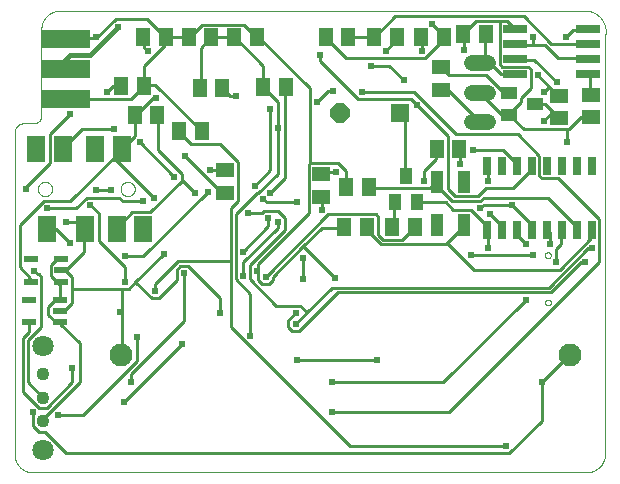
<source format=gtl>
G75*
%MOIN*%
%OFA0B0*%
%FSLAX25Y25*%
%IPPOS*%
%LPD*%
%AMOC8*
5,1,8,0,0,1.08239X$1,22.5*
%
%ADD10C,0.00000*%
%ADD11R,0.06496X0.06496*%
%ADD12OC8,0.06496*%
%ADD13C,0.05200*%
%ADD14R,0.16000X0.06000*%
%ADD15R,0.10000X0.06000*%
%ADD16R,0.06000X0.06000*%
%ADD17R,0.08000X0.02600*%
%ADD18R,0.05118X0.05906*%
%ADD19R,0.05906X0.05118*%
%ADD20R,0.05512X0.03937*%
%ADD21R,0.03937X0.05512*%
%ADD22R,0.05906X0.08858*%
%ADD23R,0.06299X0.08858*%
%ADD24R,0.04724X0.02165*%
%ADD25R,0.02500X0.06000*%
%ADD26R,0.04331X0.07480*%
%ADD27C,0.04362*%
%ADD28C,0.07087*%
%ADD29C,0.07677*%
%ADD30C,0.01000*%
%ADD31C,0.02400*%
%ADD32C,0.01500*%
D10*
X0010738Y0006895D02*
X0010738Y0114484D01*
X0010740Y0114588D01*
X0010746Y0114692D01*
X0010755Y0114796D01*
X0010768Y0114900D01*
X0010785Y0115002D01*
X0010806Y0115105D01*
X0010831Y0115206D01*
X0010859Y0115306D01*
X0010891Y0115406D01*
X0010926Y0115504D01*
X0010965Y0115600D01*
X0011008Y0115695D01*
X0011054Y0115789D01*
X0011103Y0115881D01*
X0011156Y0115971D01*
X0011212Y0116059D01*
X0011271Y0116145D01*
X0011333Y0116228D01*
X0011398Y0116310D01*
X0011466Y0116389D01*
X0011537Y0116465D01*
X0011611Y0116539D01*
X0011687Y0116610D01*
X0011766Y0116678D01*
X0011848Y0116743D01*
X0011931Y0116805D01*
X0012017Y0116864D01*
X0012105Y0116920D01*
X0012195Y0116973D01*
X0012287Y0117022D01*
X0012381Y0117068D01*
X0012476Y0117111D01*
X0012572Y0117150D01*
X0012670Y0117185D01*
X0012770Y0117217D01*
X0012870Y0117245D01*
X0012971Y0117270D01*
X0013074Y0117291D01*
X0013176Y0117308D01*
X0013280Y0117321D01*
X0013384Y0117330D01*
X0013488Y0117336D01*
X0013592Y0117338D01*
X0013592Y0117339D02*
X0016942Y0117339D01*
X0017044Y0117341D01*
X0017145Y0117347D01*
X0017246Y0117357D01*
X0017347Y0117370D01*
X0017447Y0117388D01*
X0017547Y0117409D01*
X0017645Y0117434D01*
X0017743Y0117463D01*
X0017839Y0117495D01*
X0017934Y0117531D01*
X0018028Y0117571D01*
X0018120Y0117615D01*
X0018210Y0117661D01*
X0018298Y0117712D01*
X0018385Y0117765D01*
X0018469Y0117822D01*
X0018551Y0117882D01*
X0018631Y0117945D01*
X0018708Y0118012D01*
X0018782Y0118081D01*
X0018854Y0118153D01*
X0018923Y0118227D01*
X0018990Y0118304D01*
X0019053Y0118384D01*
X0019113Y0118466D01*
X0019170Y0118550D01*
X0019223Y0118637D01*
X0019274Y0118725D01*
X0019320Y0118815D01*
X0019364Y0118907D01*
X0019404Y0119001D01*
X0019440Y0119096D01*
X0019472Y0119192D01*
X0019501Y0119290D01*
X0019526Y0119388D01*
X0019547Y0119488D01*
X0019565Y0119588D01*
X0019578Y0119689D01*
X0019588Y0119790D01*
X0019594Y0119891D01*
X0019596Y0119993D01*
X0019596Y0148826D01*
X0019597Y0148826D02*
X0019599Y0148979D01*
X0019605Y0149132D01*
X0019614Y0149284D01*
X0019628Y0149436D01*
X0019645Y0149588D01*
X0019667Y0149739D01*
X0019692Y0149890D01*
X0019720Y0150040D01*
X0019753Y0150190D01*
X0019790Y0150338D01*
X0019830Y0150485D01*
X0019874Y0150632D01*
X0019921Y0150777D01*
X0019972Y0150921D01*
X0020027Y0151064D01*
X0020086Y0151205D01*
X0020148Y0151344D01*
X0020213Y0151482D01*
X0020282Y0151619D01*
X0020355Y0151753D01*
X0020431Y0151886D01*
X0020510Y0152017D01*
X0020592Y0152145D01*
X0020678Y0152272D01*
X0020767Y0152396D01*
X0020859Y0152518D01*
X0020954Y0152638D01*
X0021052Y0152755D01*
X0021153Y0152870D01*
X0021257Y0152982D01*
X0021364Y0153091D01*
X0021473Y0153198D01*
X0021585Y0153302D01*
X0021700Y0153403D01*
X0021817Y0153501D01*
X0021937Y0153596D01*
X0022059Y0153688D01*
X0022183Y0153777D01*
X0022310Y0153863D01*
X0022438Y0153945D01*
X0022569Y0154024D01*
X0022702Y0154100D01*
X0022836Y0154173D01*
X0022973Y0154242D01*
X0023111Y0154307D01*
X0023250Y0154369D01*
X0023391Y0154428D01*
X0023534Y0154483D01*
X0023678Y0154534D01*
X0023823Y0154581D01*
X0023970Y0154625D01*
X0024117Y0154665D01*
X0024265Y0154702D01*
X0024415Y0154735D01*
X0024565Y0154763D01*
X0024716Y0154788D01*
X0024867Y0154810D01*
X0025019Y0154827D01*
X0025171Y0154841D01*
X0025323Y0154850D01*
X0025476Y0154856D01*
X0025629Y0154858D01*
X0201964Y0154858D01*
X0201964Y0154859D02*
X0202131Y0154826D01*
X0202296Y0154789D01*
X0202461Y0154748D01*
X0202625Y0154703D01*
X0202787Y0154654D01*
X0202949Y0154601D01*
X0203109Y0154545D01*
X0203267Y0154484D01*
X0203424Y0154420D01*
X0203580Y0154351D01*
X0203734Y0154280D01*
X0203886Y0154204D01*
X0204036Y0154125D01*
X0204184Y0154042D01*
X0204330Y0153955D01*
X0204474Y0153866D01*
X0204616Y0153772D01*
X0204755Y0153675D01*
X0204893Y0153575D01*
X0205027Y0153472D01*
X0205159Y0153365D01*
X0205289Y0153256D01*
X0205416Y0153143D01*
X0205540Y0153027D01*
X0205661Y0152908D01*
X0205779Y0152786D01*
X0205895Y0152662D01*
X0206007Y0152534D01*
X0206116Y0152404D01*
X0206222Y0152272D01*
X0206325Y0152137D01*
X0206424Y0151999D01*
X0206520Y0151859D01*
X0206613Y0151717D01*
X0206702Y0151572D01*
X0206788Y0151426D01*
X0206870Y0151277D01*
X0206949Y0151127D01*
X0207024Y0150974D01*
X0207095Y0150820D01*
X0207162Y0150665D01*
X0207226Y0150507D01*
X0207286Y0150348D01*
X0207342Y0150188D01*
X0207394Y0150026D01*
X0207442Y0149864D01*
X0207486Y0149700D01*
X0207526Y0149535D01*
X0207563Y0149369D01*
X0207595Y0149202D01*
X0207623Y0149035D01*
X0207647Y0148867D01*
X0207667Y0148698D01*
X0207683Y0148529D01*
X0207695Y0148360D01*
X0207703Y0148190D01*
X0207707Y0148021D01*
X0207706Y0147851D01*
X0207702Y0147681D01*
X0207693Y0147512D01*
X0207680Y0147342D01*
X0207664Y0147173D01*
X0207643Y0147005D01*
X0207618Y0146837D01*
X0207589Y0146670D01*
X0207589Y0146669D02*
X0207589Y0007487D01*
X0207587Y0007328D01*
X0207581Y0007169D01*
X0207571Y0007010D01*
X0207558Y0006851D01*
X0207540Y0006693D01*
X0207519Y0006535D01*
X0207493Y0006378D01*
X0207464Y0006221D01*
X0207431Y0006066D01*
X0207395Y0005911D01*
X0207354Y0005757D01*
X0207310Y0005604D01*
X0207262Y0005452D01*
X0207210Y0005302D01*
X0207154Y0005152D01*
X0207095Y0005005D01*
X0207032Y0004858D01*
X0206966Y0004713D01*
X0206896Y0004570D01*
X0206823Y0004429D01*
X0206746Y0004290D01*
X0206666Y0004152D01*
X0206583Y0004016D01*
X0206496Y0003883D01*
X0206406Y0003752D01*
X0206312Y0003623D01*
X0206216Y0003496D01*
X0206117Y0003372D01*
X0206014Y0003250D01*
X0205909Y0003131D01*
X0205800Y0003014D01*
X0205689Y0002900D01*
X0205575Y0002789D01*
X0205458Y0002680D01*
X0205339Y0002575D01*
X0205217Y0002472D01*
X0205093Y0002373D01*
X0204966Y0002277D01*
X0204837Y0002183D01*
X0204706Y0002093D01*
X0204573Y0002006D01*
X0204437Y0001923D01*
X0204299Y0001843D01*
X0204160Y0001766D01*
X0204019Y0001693D01*
X0203876Y0001623D01*
X0203731Y0001557D01*
X0203584Y0001494D01*
X0203437Y0001435D01*
X0203287Y0001379D01*
X0203137Y0001327D01*
X0202985Y0001279D01*
X0202832Y0001235D01*
X0202678Y0001194D01*
X0202523Y0001158D01*
X0202368Y0001125D01*
X0202211Y0001096D01*
X0202054Y0001070D01*
X0201896Y0001049D01*
X0201738Y0001031D01*
X0201579Y0001018D01*
X0201420Y0001008D01*
X0201261Y0001002D01*
X0201102Y0001000D01*
X0016644Y0001000D01*
X0016643Y0001000D02*
X0016492Y0001002D01*
X0016340Y0001008D01*
X0016188Y0001017D01*
X0016037Y0001031D01*
X0015886Y0001048D01*
X0015735Y0001069D01*
X0015586Y0001095D01*
X0015436Y0001124D01*
X0015288Y0001156D01*
X0015141Y0001193D01*
X0014994Y0001234D01*
X0014849Y0001278D01*
X0014705Y0001326D01*
X0014562Y0001377D01*
X0014420Y0001433D01*
X0014280Y0001492D01*
X0014142Y0001554D01*
X0014005Y0001620D01*
X0013870Y0001690D01*
X0013737Y0001763D01*
X0013605Y0001839D01*
X0013476Y0001919D01*
X0013349Y0002002D01*
X0013224Y0002088D01*
X0013101Y0002178D01*
X0012981Y0002270D01*
X0012863Y0002366D01*
X0012747Y0002465D01*
X0012634Y0002566D01*
X0012524Y0002671D01*
X0012417Y0002778D01*
X0012312Y0002888D01*
X0012210Y0003001D01*
X0012111Y0003116D01*
X0012015Y0003234D01*
X0011922Y0003354D01*
X0011832Y0003477D01*
X0011746Y0003602D01*
X0011663Y0003729D01*
X0011583Y0003858D01*
X0011506Y0003989D01*
X0011433Y0004122D01*
X0011363Y0004257D01*
X0011297Y0004394D01*
X0011234Y0004532D01*
X0011175Y0004672D01*
X0011119Y0004814D01*
X0011067Y0004956D01*
X0011019Y0005101D01*
X0010975Y0005246D01*
X0010934Y0005392D01*
X0010897Y0005540D01*
X0010864Y0005688D01*
X0010835Y0005837D01*
X0010809Y0005987D01*
X0010788Y0006137D01*
X0010770Y0006288D01*
X0010756Y0006439D01*
X0010746Y0006591D01*
X0010740Y0006743D01*
X0010738Y0006895D01*
X0018455Y0095488D02*
X0018457Y0095585D01*
X0018463Y0095682D01*
X0018473Y0095778D01*
X0018487Y0095874D01*
X0018505Y0095970D01*
X0018526Y0096064D01*
X0018552Y0096158D01*
X0018581Y0096250D01*
X0018615Y0096341D01*
X0018651Y0096431D01*
X0018692Y0096519D01*
X0018736Y0096605D01*
X0018784Y0096690D01*
X0018835Y0096772D01*
X0018889Y0096853D01*
X0018947Y0096931D01*
X0019008Y0097006D01*
X0019071Y0097079D01*
X0019138Y0097150D01*
X0019208Y0097217D01*
X0019280Y0097282D01*
X0019355Y0097343D01*
X0019433Y0097402D01*
X0019512Y0097457D01*
X0019594Y0097509D01*
X0019678Y0097557D01*
X0019764Y0097602D01*
X0019852Y0097644D01*
X0019941Y0097682D01*
X0020032Y0097716D01*
X0020124Y0097746D01*
X0020217Y0097773D01*
X0020312Y0097795D01*
X0020407Y0097814D01*
X0020503Y0097829D01*
X0020599Y0097840D01*
X0020696Y0097847D01*
X0020793Y0097850D01*
X0020890Y0097849D01*
X0020987Y0097844D01*
X0021083Y0097835D01*
X0021179Y0097822D01*
X0021275Y0097805D01*
X0021370Y0097784D01*
X0021463Y0097760D01*
X0021556Y0097731D01*
X0021648Y0097699D01*
X0021738Y0097663D01*
X0021826Y0097624D01*
X0021913Y0097580D01*
X0021998Y0097534D01*
X0022081Y0097483D01*
X0022162Y0097430D01*
X0022240Y0097373D01*
X0022317Y0097313D01*
X0022390Y0097250D01*
X0022461Y0097184D01*
X0022529Y0097115D01*
X0022595Y0097043D01*
X0022657Y0096969D01*
X0022716Y0096892D01*
X0022772Y0096813D01*
X0022825Y0096731D01*
X0022875Y0096648D01*
X0022920Y0096562D01*
X0022963Y0096475D01*
X0023002Y0096386D01*
X0023037Y0096296D01*
X0023068Y0096204D01*
X0023095Y0096111D01*
X0023119Y0096017D01*
X0023139Y0095922D01*
X0023155Y0095826D01*
X0023167Y0095730D01*
X0023175Y0095633D01*
X0023179Y0095536D01*
X0023179Y0095440D01*
X0023175Y0095343D01*
X0023167Y0095246D01*
X0023155Y0095150D01*
X0023139Y0095054D01*
X0023119Y0094959D01*
X0023095Y0094865D01*
X0023068Y0094772D01*
X0023037Y0094680D01*
X0023002Y0094590D01*
X0022963Y0094501D01*
X0022920Y0094414D01*
X0022875Y0094328D01*
X0022825Y0094245D01*
X0022772Y0094163D01*
X0022716Y0094084D01*
X0022657Y0094007D01*
X0022595Y0093933D01*
X0022529Y0093861D01*
X0022461Y0093792D01*
X0022390Y0093726D01*
X0022317Y0093663D01*
X0022240Y0093603D01*
X0022162Y0093546D01*
X0022081Y0093493D01*
X0021998Y0093442D01*
X0021913Y0093396D01*
X0021826Y0093352D01*
X0021738Y0093313D01*
X0021648Y0093277D01*
X0021556Y0093245D01*
X0021463Y0093216D01*
X0021370Y0093192D01*
X0021275Y0093171D01*
X0021179Y0093154D01*
X0021083Y0093141D01*
X0020987Y0093132D01*
X0020890Y0093127D01*
X0020793Y0093126D01*
X0020696Y0093129D01*
X0020599Y0093136D01*
X0020503Y0093147D01*
X0020407Y0093162D01*
X0020312Y0093181D01*
X0020217Y0093203D01*
X0020124Y0093230D01*
X0020032Y0093260D01*
X0019941Y0093294D01*
X0019852Y0093332D01*
X0019764Y0093374D01*
X0019678Y0093419D01*
X0019594Y0093467D01*
X0019512Y0093519D01*
X0019433Y0093574D01*
X0019355Y0093633D01*
X0019280Y0093694D01*
X0019208Y0093759D01*
X0019138Y0093826D01*
X0019071Y0093897D01*
X0019008Y0093970D01*
X0018947Y0094045D01*
X0018889Y0094123D01*
X0018835Y0094204D01*
X0018784Y0094286D01*
X0018736Y0094371D01*
X0018692Y0094457D01*
X0018651Y0094545D01*
X0018615Y0094635D01*
X0018581Y0094726D01*
X0018552Y0094818D01*
X0018526Y0094912D01*
X0018505Y0095006D01*
X0018487Y0095102D01*
X0018473Y0095198D01*
X0018463Y0095294D01*
X0018457Y0095391D01*
X0018455Y0095488D01*
X0046014Y0095488D02*
X0046016Y0095585D01*
X0046022Y0095682D01*
X0046032Y0095778D01*
X0046046Y0095874D01*
X0046064Y0095970D01*
X0046085Y0096064D01*
X0046111Y0096158D01*
X0046140Y0096250D01*
X0046174Y0096341D01*
X0046210Y0096431D01*
X0046251Y0096519D01*
X0046295Y0096605D01*
X0046343Y0096690D01*
X0046394Y0096772D01*
X0046448Y0096853D01*
X0046506Y0096931D01*
X0046567Y0097006D01*
X0046630Y0097079D01*
X0046697Y0097150D01*
X0046767Y0097217D01*
X0046839Y0097282D01*
X0046914Y0097343D01*
X0046992Y0097402D01*
X0047071Y0097457D01*
X0047153Y0097509D01*
X0047237Y0097557D01*
X0047323Y0097602D01*
X0047411Y0097644D01*
X0047500Y0097682D01*
X0047591Y0097716D01*
X0047683Y0097746D01*
X0047776Y0097773D01*
X0047871Y0097795D01*
X0047966Y0097814D01*
X0048062Y0097829D01*
X0048158Y0097840D01*
X0048255Y0097847D01*
X0048352Y0097850D01*
X0048449Y0097849D01*
X0048546Y0097844D01*
X0048642Y0097835D01*
X0048738Y0097822D01*
X0048834Y0097805D01*
X0048929Y0097784D01*
X0049022Y0097760D01*
X0049115Y0097731D01*
X0049207Y0097699D01*
X0049297Y0097663D01*
X0049385Y0097624D01*
X0049472Y0097580D01*
X0049557Y0097534D01*
X0049640Y0097483D01*
X0049721Y0097430D01*
X0049799Y0097373D01*
X0049876Y0097313D01*
X0049949Y0097250D01*
X0050020Y0097184D01*
X0050088Y0097115D01*
X0050154Y0097043D01*
X0050216Y0096969D01*
X0050275Y0096892D01*
X0050331Y0096813D01*
X0050384Y0096731D01*
X0050434Y0096648D01*
X0050479Y0096562D01*
X0050522Y0096475D01*
X0050561Y0096386D01*
X0050596Y0096296D01*
X0050627Y0096204D01*
X0050654Y0096111D01*
X0050678Y0096017D01*
X0050698Y0095922D01*
X0050714Y0095826D01*
X0050726Y0095730D01*
X0050734Y0095633D01*
X0050738Y0095536D01*
X0050738Y0095440D01*
X0050734Y0095343D01*
X0050726Y0095246D01*
X0050714Y0095150D01*
X0050698Y0095054D01*
X0050678Y0094959D01*
X0050654Y0094865D01*
X0050627Y0094772D01*
X0050596Y0094680D01*
X0050561Y0094590D01*
X0050522Y0094501D01*
X0050479Y0094414D01*
X0050434Y0094328D01*
X0050384Y0094245D01*
X0050331Y0094163D01*
X0050275Y0094084D01*
X0050216Y0094007D01*
X0050154Y0093933D01*
X0050088Y0093861D01*
X0050020Y0093792D01*
X0049949Y0093726D01*
X0049876Y0093663D01*
X0049799Y0093603D01*
X0049721Y0093546D01*
X0049640Y0093493D01*
X0049557Y0093442D01*
X0049472Y0093396D01*
X0049385Y0093352D01*
X0049297Y0093313D01*
X0049207Y0093277D01*
X0049115Y0093245D01*
X0049022Y0093216D01*
X0048929Y0093192D01*
X0048834Y0093171D01*
X0048738Y0093154D01*
X0048642Y0093141D01*
X0048546Y0093132D01*
X0048449Y0093127D01*
X0048352Y0093126D01*
X0048255Y0093129D01*
X0048158Y0093136D01*
X0048062Y0093147D01*
X0047966Y0093162D01*
X0047871Y0093181D01*
X0047776Y0093203D01*
X0047683Y0093230D01*
X0047591Y0093260D01*
X0047500Y0093294D01*
X0047411Y0093332D01*
X0047323Y0093374D01*
X0047237Y0093419D01*
X0047153Y0093467D01*
X0047071Y0093519D01*
X0046992Y0093574D01*
X0046914Y0093633D01*
X0046839Y0093694D01*
X0046767Y0093759D01*
X0046697Y0093826D01*
X0046630Y0093897D01*
X0046567Y0093970D01*
X0046506Y0094045D01*
X0046448Y0094123D01*
X0046394Y0094204D01*
X0046343Y0094286D01*
X0046295Y0094371D01*
X0046251Y0094457D01*
X0046210Y0094545D01*
X0046174Y0094635D01*
X0046140Y0094726D01*
X0046111Y0094818D01*
X0046085Y0094912D01*
X0046064Y0095006D01*
X0046046Y0095102D01*
X0046032Y0095198D01*
X0046022Y0095294D01*
X0046016Y0095391D01*
X0046014Y0095488D01*
X0187431Y0073402D02*
X0187433Y0073464D01*
X0187439Y0073527D01*
X0187449Y0073588D01*
X0187463Y0073649D01*
X0187480Y0073709D01*
X0187501Y0073768D01*
X0187527Y0073825D01*
X0187555Y0073880D01*
X0187587Y0073934D01*
X0187623Y0073985D01*
X0187661Y0074035D01*
X0187703Y0074081D01*
X0187747Y0074125D01*
X0187795Y0074166D01*
X0187844Y0074204D01*
X0187896Y0074238D01*
X0187950Y0074269D01*
X0188006Y0074297D01*
X0188064Y0074321D01*
X0188123Y0074342D01*
X0188183Y0074358D01*
X0188244Y0074371D01*
X0188306Y0074380D01*
X0188368Y0074385D01*
X0188431Y0074386D01*
X0188493Y0074383D01*
X0188555Y0074376D01*
X0188617Y0074365D01*
X0188677Y0074350D01*
X0188737Y0074332D01*
X0188795Y0074310D01*
X0188852Y0074284D01*
X0188907Y0074254D01*
X0188960Y0074221D01*
X0189011Y0074185D01*
X0189059Y0074146D01*
X0189105Y0074103D01*
X0189148Y0074058D01*
X0189188Y0074010D01*
X0189225Y0073960D01*
X0189259Y0073907D01*
X0189290Y0073853D01*
X0189316Y0073797D01*
X0189340Y0073739D01*
X0189359Y0073679D01*
X0189375Y0073619D01*
X0189387Y0073557D01*
X0189395Y0073496D01*
X0189399Y0073433D01*
X0189399Y0073371D01*
X0189395Y0073308D01*
X0189387Y0073247D01*
X0189375Y0073185D01*
X0189359Y0073125D01*
X0189340Y0073065D01*
X0189316Y0073007D01*
X0189290Y0072951D01*
X0189259Y0072897D01*
X0189225Y0072844D01*
X0189188Y0072794D01*
X0189148Y0072746D01*
X0189105Y0072701D01*
X0189059Y0072658D01*
X0189011Y0072619D01*
X0188960Y0072583D01*
X0188907Y0072550D01*
X0188852Y0072520D01*
X0188795Y0072494D01*
X0188737Y0072472D01*
X0188677Y0072454D01*
X0188617Y0072439D01*
X0188555Y0072428D01*
X0188493Y0072421D01*
X0188431Y0072418D01*
X0188368Y0072419D01*
X0188306Y0072424D01*
X0188244Y0072433D01*
X0188183Y0072446D01*
X0188123Y0072462D01*
X0188064Y0072483D01*
X0188006Y0072507D01*
X0187950Y0072535D01*
X0187896Y0072566D01*
X0187844Y0072600D01*
X0187795Y0072638D01*
X0187747Y0072679D01*
X0187703Y0072723D01*
X0187661Y0072769D01*
X0187623Y0072819D01*
X0187587Y0072870D01*
X0187555Y0072924D01*
X0187527Y0072979D01*
X0187501Y0073036D01*
X0187480Y0073095D01*
X0187463Y0073155D01*
X0187449Y0073216D01*
X0187439Y0073277D01*
X0187433Y0073340D01*
X0187431Y0073402D01*
X0187431Y0057654D02*
X0187433Y0057716D01*
X0187439Y0057779D01*
X0187449Y0057840D01*
X0187463Y0057901D01*
X0187480Y0057961D01*
X0187501Y0058020D01*
X0187527Y0058077D01*
X0187555Y0058132D01*
X0187587Y0058186D01*
X0187623Y0058237D01*
X0187661Y0058287D01*
X0187703Y0058333D01*
X0187747Y0058377D01*
X0187795Y0058418D01*
X0187844Y0058456D01*
X0187896Y0058490D01*
X0187950Y0058521D01*
X0188006Y0058549D01*
X0188064Y0058573D01*
X0188123Y0058594D01*
X0188183Y0058610D01*
X0188244Y0058623D01*
X0188306Y0058632D01*
X0188368Y0058637D01*
X0188431Y0058638D01*
X0188493Y0058635D01*
X0188555Y0058628D01*
X0188617Y0058617D01*
X0188677Y0058602D01*
X0188737Y0058584D01*
X0188795Y0058562D01*
X0188852Y0058536D01*
X0188907Y0058506D01*
X0188960Y0058473D01*
X0189011Y0058437D01*
X0189059Y0058398D01*
X0189105Y0058355D01*
X0189148Y0058310D01*
X0189188Y0058262D01*
X0189225Y0058212D01*
X0189259Y0058159D01*
X0189290Y0058105D01*
X0189316Y0058049D01*
X0189340Y0057991D01*
X0189359Y0057931D01*
X0189375Y0057871D01*
X0189387Y0057809D01*
X0189395Y0057748D01*
X0189399Y0057685D01*
X0189399Y0057623D01*
X0189395Y0057560D01*
X0189387Y0057499D01*
X0189375Y0057437D01*
X0189359Y0057377D01*
X0189340Y0057317D01*
X0189316Y0057259D01*
X0189290Y0057203D01*
X0189259Y0057149D01*
X0189225Y0057096D01*
X0189188Y0057046D01*
X0189148Y0056998D01*
X0189105Y0056953D01*
X0189059Y0056910D01*
X0189011Y0056871D01*
X0188960Y0056835D01*
X0188907Y0056802D01*
X0188852Y0056772D01*
X0188795Y0056746D01*
X0188737Y0056724D01*
X0188677Y0056706D01*
X0188617Y0056691D01*
X0188555Y0056680D01*
X0188493Y0056673D01*
X0188431Y0056670D01*
X0188368Y0056671D01*
X0188306Y0056676D01*
X0188244Y0056685D01*
X0188183Y0056698D01*
X0188123Y0056714D01*
X0188064Y0056735D01*
X0188006Y0056759D01*
X0187950Y0056787D01*
X0187896Y0056818D01*
X0187844Y0056852D01*
X0187795Y0056890D01*
X0187747Y0056931D01*
X0187703Y0056975D01*
X0187661Y0057021D01*
X0187623Y0057071D01*
X0187587Y0057122D01*
X0187555Y0057176D01*
X0187527Y0057231D01*
X0187501Y0057288D01*
X0187480Y0057347D01*
X0187463Y0057407D01*
X0187449Y0057468D01*
X0187439Y0057529D01*
X0187433Y0057592D01*
X0187431Y0057654D01*
D11*
X0139006Y0120803D03*
D12*
X0119006Y0120803D03*
D13*
X0163204Y0117806D02*
X0168404Y0117806D01*
X0168404Y0127649D02*
X0163204Y0127649D01*
X0163204Y0137491D02*
X0168404Y0137491D01*
D14*
X0027864Y0145409D03*
X0027864Y0125409D03*
D15*
X0024864Y0135409D03*
D16*
X0032864Y0135409D03*
D17*
X0177536Y0133697D03*
X0177536Y0138697D03*
X0177536Y0143697D03*
X0177536Y0148697D03*
X0201736Y0148697D03*
X0201736Y0143697D03*
X0201736Y0138697D03*
X0201736Y0133697D03*
D18*
X0167667Y0147063D03*
X0160187Y0147063D03*
X0153652Y0146197D03*
X0146171Y0146197D03*
X0137982Y0146118D03*
X0130502Y0146118D03*
X0121801Y0146039D03*
X0114321Y0146039D03*
X0091447Y0146079D03*
X0083967Y0146079D03*
X0076250Y0146118D03*
X0068770Y0146118D03*
X0061053Y0146157D03*
X0053573Y0146157D03*
X0053691Y0129858D03*
X0046211Y0129858D03*
X0050738Y0120055D03*
X0058219Y0120055D03*
X0065502Y0114701D03*
X0072982Y0114701D03*
X0072352Y0129189D03*
X0079833Y0129189D03*
X0093612Y0129346D03*
X0101093Y0129346D03*
X0121289Y0096000D03*
X0128770Y0096000D03*
X0127982Y0082732D03*
X0136526Y0082969D03*
X0144006Y0082969D03*
X0120502Y0082732D03*
X0151407Y0108795D03*
X0158888Y0108795D03*
D19*
X0152825Y0128520D03*
X0152825Y0136000D03*
X0192156Y0126591D03*
X0202667Y0126945D03*
X0202667Y0119465D03*
X0192156Y0119110D03*
X0112825Y0100449D03*
X0112825Y0092969D03*
X0080817Y0094189D03*
X0080817Y0101669D03*
D20*
X0175581Y0120094D03*
X0175581Y0127575D03*
X0184242Y0123835D03*
D21*
X0141132Y0099701D03*
X0144872Y0091039D03*
X0137392Y0091039D03*
D22*
X0017667Y0108776D03*
D23*
X0026722Y0108776D03*
X0037352Y0108776D03*
X0046407Y0108776D03*
X0044833Y0082201D03*
X0053494Y0082201D03*
X0034203Y0082201D03*
X0021604Y0082201D03*
D24*
X0026250Y0072063D03*
X0026250Y0068323D03*
X0026250Y0064583D03*
X0025778Y0058480D03*
X0025778Y0054740D03*
X0025778Y0051000D03*
X0015541Y0051000D03*
X0015541Y0058480D03*
X0016014Y0064583D03*
X0016014Y0072063D03*
D25*
X0168081Y0081886D03*
X0173081Y0081886D03*
X0178081Y0081886D03*
X0183081Y0081886D03*
X0188081Y0081886D03*
X0193081Y0081886D03*
X0198081Y0081886D03*
X0203081Y0081886D03*
X0203081Y0103106D03*
X0198081Y0103106D03*
X0193081Y0103106D03*
X0188081Y0103106D03*
X0183081Y0103106D03*
X0178081Y0103106D03*
X0173081Y0103106D03*
X0168081Y0103106D03*
D26*
X0160384Y0097929D03*
X0151329Y0097929D03*
X0151329Y0083362D03*
X0160384Y0083362D03*
D27*
X0020148Y0033756D03*
X0020148Y0025882D03*
X0020148Y0018008D03*
D28*
X0020148Y0008559D03*
X0020148Y0043205D03*
D29*
X0046211Y0040134D03*
X0195817Y0040134D03*
D30*
X0195538Y0040200D01*
X0186338Y0031000D01*
X0186338Y0018200D01*
X0175538Y0007400D01*
X0027938Y0007400D01*
X0020738Y0014600D01*
X0018738Y0014600D01*
X0016738Y0016600D01*
X0016738Y0021000D01*
X0018738Y0022600D02*
X0021538Y0022600D01*
X0029938Y0031000D01*
X0029938Y0035800D01*
X0032338Y0031000D02*
X0032338Y0044200D01*
X0025938Y0050600D01*
X0025778Y0051000D01*
X0024338Y0051000D01*
X0021938Y0053400D01*
X0021938Y0056200D01*
X0023938Y0058200D01*
X0025538Y0058200D01*
X0025778Y0058480D01*
X0025938Y0058600D01*
X0025938Y0064200D01*
X0026250Y0064583D01*
X0025538Y0063800D01*
X0022738Y0066600D01*
X0022738Y0070200D01*
X0024338Y0071800D01*
X0025938Y0071800D01*
X0026250Y0072063D01*
X0026250Y0068323D02*
X0027938Y0068600D01*
X0033938Y0074600D01*
X0033938Y0081800D01*
X0034203Y0082201D01*
X0033938Y0082600D01*
X0031938Y0084600D01*
X0027938Y0084600D01*
X0024338Y0082200D02*
X0029138Y0077400D01*
X0024338Y0082200D02*
X0021938Y0082200D01*
X0021604Y0082201D01*
X0020338Y0091400D02*
X0012338Y0083400D01*
X0012338Y0069400D01*
X0015938Y0065800D01*
X0015938Y0064600D01*
X0016014Y0064583D01*
X0018338Y0067000D02*
X0018738Y0067000D01*
X0019538Y0066200D01*
X0019538Y0049400D01*
X0015138Y0045000D01*
X0015138Y0031000D01*
X0019938Y0026200D01*
X0020148Y0025882D01*
X0018738Y0022600D02*
X0013538Y0027800D01*
X0013538Y0045800D01*
X0015538Y0047800D01*
X0015538Y0051000D01*
X0015541Y0051000D01*
X0025778Y0054740D02*
X0025938Y0055000D01*
X0027538Y0055000D01*
X0029938Y0057400D01*
X0029938Y0062200D01*
X0046338Y0062200D01*
X0046338Y0054600D01*
X0045938Y0054600D01*
X0046338Y0054600D02*
X0046338Y0040200D01*
X0046211Y0040134D01*
X0051538Y0038200D02*
X0051538Y0046200D01*
X0051538Y0038200D02*
X0033538Y0020200D01*
X0025138Y0020200D01*
X0020338Y0019000D02*
X0020338Y0018200D01*
X0020148Y0018008D01*
X0020338Y0019000D02*
X0032338Y0031000D01*
X0047138Y0024600D02*
X0066338Y0043800D01*
X0067138Y0051400D02*
X0067138Y0067400D01*
X0065938Y0069800D02*
X0064738Y0068600D01*
X0064738Y0065000D01*
X0058738Y0059000D01*
X0056338Y0059000D01*
X0050938Y0064400D01*
X0060338Y0073800D01*
X0065138Y0071400D02*
X0082738Y0071400D01*
X0082738Y0049400D01*
X0122338Y0009800D01*
X0174338Y0009800D01*
X0155538Y0021000D02*
X0205538Y0071000D01*
X0205538Y0085400D01*
X0191938Y0099000D01*
X0186338Y0099000D01*
X0185538Y0099800D01*
X0185538Y0106600D01*
X0178338Y0113800D01*
X0157938Y0113800D01*
X0143938Y0127800D01*
X0126338Y0127800D01*
X0125138Y0125400D02*
X0142738Y0125400D01*
X0144738Y0123400D01*
X0155138Y0113000D01*
X0155138Y0095400D01*
X0157538Y0093000D01*
X0165138Y0093000D01*
X0167938Y0095800D01*
X0176738Y0095800D01*
X0182738Y0101800D01*
X0182738Y0103000D01*
X0183081Y0103106D01*
X0178081Y0103106D02*
X0177938Y0103400D01*
X0177938Y0104200D01*
X0173538Y0108600D01*
X0163538Y0108600D01*
X0159138Y0108600D02*
X0158888Y0108795D01*
X0159138Y0108600D02*
X0159138Y0103800D01*
X0151138Y0105400D02*
X0147138Y0101400D01*
X0147138Y0098200D01*
X0149138Y0095800D02*
X0151138Y0097800D01*
X0151329Y0097929D01*
X0150738Y0097000D01*
X0156338Y0091400D01*
X0165938Y0091400D01*
X0167138Y0092600D01*
X0188338Y0092600D01*
X0197938Y0083000D01*
X0197938Y0082200D01*
X0198081Y0081886D01*
X0193081Y0081886D02*
X0192738Y0081800D01*
X0192738Y0077000D01*
X0191138Y0075400D01*
X0191138Y0071000D01*
X0192338Y0068600D02*
X0163938Y0068600D01*
X0154938Y0077600D01*
X0154338Y0077000D01*
X0132738Y0077000D01*
X0128338Y0081400D01*
X0128338Y0082600D01*
X0127982Y0082732D01*
X0131938Y0080200D02*
X0131938Y0086200D01*
X0131138Y0087000D01*
X0115138Y0087000D01*
X0094338Y0066200D01*
X0096738Y0066200D02*
X0096738Y0065000D01*
X0095538Y0063800D01*
X0093138Y0063800D01*
X0091938Y0065000D01*
X0091938Y0068200D01*
X0091538Y0068200D01*
X0091938Y0068200D02*
X0091938Y0070600D01*
X0108738Y0087400D01*
X0108738Y0103800D01*
X0109138Y0104200D01*
X0109138Y0129000D01*
X0091938Y0146200D01*
X0091447Y0146079D01*
X0091138Y0146200D01*
X0087138Y0150200D01*
X0073138Y0150200D01*
X0069138Y0146200D01*
X0068770Y0146118D01*
X0068738Y0146200D01*
X0061538Y0146200D01*
X0061053Y0146157D01*
X0060738Y0146200D01*
X0054738Y0152200D01*
X0044338Y0152200D01*
X0037938Y0145800D01*
X0037938Y0146200D01*
X0037938Y0145800D02*
X0027938Y0145800D01*
X0027864Y0145409D01*
X0043538Y0129800D02*
X0041538Y0127800D01*
X0043538Y0129800D02*
X0045938Y0129800D01*
X0046211Y0129858D01*
X0049538Y0125400D02*
X0053538Y0129400D01*
X0053691Y0129858D01*
X0054338Y0130200D01*
X0057538Y0130200D01*
X0072738Y0115000D01*
X0072982Y0114701D01*
X0069538Y0110600D02*
X0065538Y0114600D01*
X0065502Y0114701D01*
X0069538Y0110600D02*
X0079138Y0110600D01*
X0085138Y0104600D01*
X0085138Y0091400D01*
X0082738Y0089000D01*
X0082738Y0071400D01*
X0086738Y0071000D02*
X0098338Y0082600D01*
X0098338Y0084600D01*
X0100738Y0085800D02*
X0100738Y0081800D01*
X0089138Y0070200D01*
X0089138Y0065400D01*
X0097938Y0056600D01*
X0105938Y0056600D01*
X0108138Y0054400D01*
X0116338Y0062600D01*
X0188738Y0062600D01*
X0201938Y0075800D01*
X0203138Y0075800D01*
X0202738Y0079000D02*
X0192338Y0068600D01*
X0199538Y0071000D02*
X0189538Y0061000D01*
X0118338Y0061000D01*
X0105538Y0048200D01*
X0103138Y0048200D01*
X0101938Y0049400D01*
X0101938Y0051800D01*
X0104338Y0054200D01*
X0104338Y0050600D02*
X0108138Y0054400D01*
X0106738Y0065400D02*
X0106738Y0072600D01*
X0106938Y0076400D02*
X0117538Y0065800D01*
X0106938Y0076400D02*
X0113138Y0082600D01*
X0120338Y0082600D01*
X0120502Y0082732D01*
X0113138Y0088600D02*
X0113138Y0092600D01*
X0112825Y0092969D01*
X0121138Y0096200D02*
X0121289Y0096000D01*
X0121138Y0096200D02*
X0121138Y0101400D01*
X0118338Y0104200D01*
X0109138Y0104200D01*
X0112825Y0100449D02*
X0113138Y0100600D01*
X0113538Y0101000D01*
X0117938Y0101000D01*
X0128770Y0096000D02*
X0129138Y0095800D01*
X0149138Y0095800D01*
X0145138Y0091000D02*
X0144872Y0091039D01*
X0145138Y0091000D02*
X0154338Y0091000D01*
X0156738Y0088600D01*
X0162738Y0088600D01*
X0167938Y0083400D01*
X0167938Y0082200D01*
X0168081Y0081886D01*
X0168338Y0081800D01*
X0168338Y0075800D01*
X0162738Y0073400D02*
X0183538Y0073400D01*
X0181138Y0077000D02*
X0178338Y0079800D01*
X0178338Y0081800D01*
X0178081Y0081886D01*
X0182738Y0082200D02*
X0183081Y0081886D01*
X0182738Y0082200D02*
X0182738Y0083800D01*
X0176338Y0090200D01*
X0167138Y0090200D01*
X0165938Y0089000D01*
X0169138Y0087000D02*
X0172738Y0083400D01*
X0172738Y0082200D01*
X0173081Y0081886D01*
X0160384Y0083362D02*
X0160338Y0083000D01*
X0154938Y0077600D01*
X0143938Y0082600D02*
X0144006Y0082969D01*
X0143938Y0082600D02*
X0139938Y0078600D01*
X0133538Y0078600D01*
X0131938Y0080200D01*
X0136526Y0082969D02*
X0136738Y0083000D01*
X0137138Y0083400D01*
X0137138Y0091000D01*
X0137392Y0091039D01*
X0140738Y0099800D02*
X0141132Y0099701D01*
X0140738Y0099800D02*
X0140738Y0119000D01*
X0139138Y0120600D01*
X0139006Y0120803D01*
X0152825Y0128520D02*
X0153138Y0128200D01*
X0155538Y0128200D01*
X0165538Y0118200D01*
X0165804Y0117806D01*
X0173138Y0120200D02*
X0165938Y0127400D01*
X0165804Y0127649D01*
X0167938Y0133400D02*
X0173538Y0127800D01*
X0175538Y0127800D01*
X0175581Y0127575D01*
X0179538Y0125800D02*
X0179538Y0124600D01*
X0175538Y0120600D01*
X0175581Y0120094D01*
X0175938Y0119800D01*
X0180338Y0115400D01*
X0194738Y0115400D01*
X0194738Y0111000D01*
X0194738Y0115400D02*
X0195538Y0115400D01*
X0199538Y0119400D01*
X0202338Y0119400D01*
X0202667Y0119465D01*
X0192156Y0119110D02*
X0189938Y0121000D01*
X0187138Y0118200D01*
X0191938Y0119400D02*
X0192156Y0119110D01*
X0191938Y0119400D02*
X0187538Y0123800D01*
X0184338Y0123800D01*
X0184242Y0123835D01*
X0187138Y0127800D02*
X0188938Y0129600D01*
X0191938Y0126600D01*
X0192156Y0126591D01*
X0188938Y0129600D02*
X0185138Y0133400D01*
X0182738Y0135400D02*
X0181938Y0136200D01*
X0173138Y0136200D01*
X0172338Y0137000D01*
X0172338Y0151400D01*
X0164338Y0151400D01*
X0160338Y0147400D01*
X0160187Y0147063D01*
X0160338Y0146600D01*
X0160338Y0141800D01*
X0165938Y0137800D02*
X0165804Y0137491D01*
X0167538Y0139000D01*
X0172738Y0133800D01*
X0177138Y0133800D01*
X0177536Y0133697D01*
X0182738Y0135400D02*
X0182738Y0129000D01*
X0179538Y0125800D01*
X0175538Y0120200D02*
X0173138Y0120200D01*
X0175538Y0120200D02*
X0175581Y0120094D01*
X0191538Y0131000D02*
X0183938Y0138600D01*
X0177538Y0138600D01*
X0177536Y0138697D01*
X0177538Y0143400D02*
X0177536Y0143697D01*
X0177538Y0143400D02*
X0183538Y0143400D01*
X0183538Y0146200D01*
X0183538Y0143400D02*
X0187538Y0143400D01*
X0191938Y0139000D01*
X0201538Y0139000D01*
X0201736Y0138697D01*
X0201736Y0133697D02*
X0201938Y0133400D01*
X0202338Y0133000D01*
X0202338Y0127000D01*
X0202667Y0126945D01*
X0201736Y0143697D02*
X0201538Y0143800D01*
X0189538Y0143800D01*
X0180338Y0153000D01*
X0137538Y0153000D01*
X0130738Y0146200D01*
X0130502Y0146118D01*
X0130338Y0146200D01*
X0121938Y0146200D01*
X0121801Y0146039D01*
X0121138Y0139000D02*
X0147538Y0139000D01*
X0153538Y0145000D01*
X0153538Y0145800D01*
X0153652Y0146197D01*
X0153938Y0146600D01*
X0149938Y0150600D01*
X0146171Y0146197D02*
X0146338Y0145800D01*
X0146338Y0141400D01*
X0152825Y0136000D02*
X0153138Y0135800D01*
X0155538Y0133400D01*
X0167938Y0133400D01*
X0165938Y0137800D02*
X0167538Y0139400D01*
X0167538Y0147000D01*
X0167667Y0147063D01*
X0172338Y0151400D02*
X0174738Y0151400D01*
X0177138Y0149000D01*
X0177536Y0148697D01*
X0194338Y0146200D02*
X0196738Y0148600D01*
X0201538Y0148600D01*
X0201736Y0148697D01*
X0151407Y0108795D02*
X0151138Y0108600D01*
X0151138Y0105400D01*
X0168081Y0103106D02*
X0168338Y0103000D01*
X0168338Y0098200D01*
X0188081Y0081886D02*
X0188338Y0081800D01*
X0189138Y0081000D01*
X0189138Y0077000D01*
X0199538Y0071000D02*
X0200738Y0071000D01*
X0202738Y0079000D02*
X0202738Y0081800D01*
X0203081Y0081886D01*
X0181138Y0058600D02*
X0153538Y0031000D01*
X0116338Y0031000D01*
X0104738Y0038600D02*
X0131538Y0038600D01*
X0116338Y0021000D02*
X0155538Y0021000D01*
X0106938Y0076400D02*
X0096738Y0066200D01*
X0089138Y0060600D02*
X0084338Y0065400D01*
X0084338Y0087000D01*
X0091538Y0094200D01*
X0091938Y0094200D01*
X0098338Y0100600D01*
X0098338Y0115800D01*
X0098338Y0124600D01*
X0093938Y0129000D01*
X0093612Y0129346D01*
X0093538Y0129400D01*
X0093538Y0136600D01*
X0084338Y0145800D01*
X0083967Y0146079D01*
X0083538Y0146200D01*
X0076738Y0146200D01*
X0076250Y0146118D01*
X0075938Y0145800D01*
X0072738Y0142600D01*
X0072738Y0129400D01*
X0072352Y0129189D01*
X0079833Y0129189D02*
X0079938Y0129000D01*
X0082338Y0126600D01*
X0084338Y0126600D01*
X0095938Y0122200D02*
X0095938Y0101800D01*
X0090738Y0096600D01*
X0093538Y0092200D02*
X0094738Y0091000D01*
X0104738Y0091000D01*
X0100738Y0085800D02*
X0098338Y0088200D01*
X0093938Y0088200D01*
X0093138Y0087400D01*
X0088338Y0087400D01*
X0095138Y0085800D02*
X0095138Y0083000D01*
X0086738Y0074600D01*
X0086738Y0071000D02*
X0086738Y0066600D01*
X0089138Y0060600D02*
X0089138Y0046600D01*
X0079138Y0054200D02*
X0079138Y0059000D01*
X0068338Y0069800D01*
X0065938Y0069800D01*
X0065138Y0071400D02*
X0057538Y0063800D01*
X0057538Y0061400D01*
X0050938Y0064400D02*
X0048738Y0062200D01*
X0046338Y0062200D01*
X0047538Y0064600D02*
X0047538Y0069400D01*
X0038738Y0078200D01*
X0038738Y0087400D01*
X0035938Y0090200D01*
X0034738Y0092600D02*
X0045538Y0092600D01*
X0046738Y0091400D01*
X0053538Y0091400D01*
X0057138Y0092600D02*
X0043938Y0105800D01*
X0046407Y0108776D01*
X0046738Y0109000D01*
X0050738Y0113000D01*
X0050738Y0120055D01*
X0051138Y0120200D01*
X0056738Y0125800D01*
X0057938Y0125800D01*
X0058219Y0120055D02*
X0058338Y0119800D01*
X0058338Y0108600D01*
X0066338Y0100600D01*
X0066338Y0098200D01*
X0066738Y0098200D01*
X0070738Y0094200D01*
X0075138Y0094600D02*
X0053538Y0073000D01*
X0047538Y0073000D01*
X0044833Y0082201D02*
X0044738Y0082600D01*
X0049938Y0087800D01*
X0055938Y0087800D01*
X0066338Y0098200D01*
X0063938Y0099400D02*
X0052338Y0111000D01*
X0046407Y0108776D02*
X0046338Y0108600D01*
X0029138Y0091400D01*
X0020338Y0091400D01*
X0021538Y0089000D02*
X0031138Y0089000D01*
X0034738Y0092600D01*
X0037938Y0095000D02*
X0042738Y0095000D01*
X0026722Y0108776D02*
X0026738Y0109000D01*
X0033138Y0115400D01*
X0043938Y0115400D01*
X0049538Y0125400D02*
X0027938Y0125400D01*
X0027864Y0125409D01*
X0029138Y0120600D02*
X0022338Y0113800D01*
X0022338Y0104200D01*
X0014338Y0096200D01*
X0014338Y0095400D01*
X0017138Y0068200D02*
X0018338Y0067000D01*
X0026250Y0068323D02*
X0026338Y0068200D01*
X0027938Y0068200D01*
X0029938Y0066200D01*
X0029938Y0062200D01*
X0049538Y0033800D02*
X0067138Y0051400D01*
X0049538Y0033800D02*
X0049538Y0031000D01*
X0079938Y0094200D02*
X0080738Y0094200D01*
X0080817Y0094189D01*
X0079938Y0094200D02*
X0067538Y0106600D01*
X0075938Y0101800D02*
X0080738Y0101800D01*
X0080817Y0101669D01*
X0095938Y0094200D02*
X0100738Y0099000D01*
X0100738Y0129000D01*
X0101093Y0129346D01*
X0111538Y0124600D02*
X0115138Y0128200D01*
X0116738Y0128200D01*
X0125138Y0125400D02*
X0112338Y0138200D01*
X0112338Y0140200D01*
X0114338Y0145800D02*
X0114321Y0146039D01*
X0114338Y0145800D02*
X0121138Y0139000D01*
X0129538Y0136600D02*
X0135538Y0136600D01*
X0140338Y0131800D01*
X0134338Y0141400D02*
X0137938Y0145000D01*
X0137938Y0145800D01*
X0137982Y0146118D01*
X0061053Y0146157D02*
X0060738Y0145800D01*
X0060738Y0143400D01*
X0053938Y0136600D01*
X0053938Y0130200D01*
X0053691Y0129858D01*
X0055138Y0141400D02*
X0053938Y0142600D01*
X0053938Y0145800D01*
X0053573Y0146157D01*
D31*
X0055138Y0141400D03*
X0045138Y0149400D03*
X0037938Y0146200D03*
X0041538Y0127800D03*
X0029138Y0120600D03*
X0043938Y0115400D03*
X0052338Y0111000D03*
X0067538Y0106600D03*
X0075938Y0101800D03*
X0075138Y0094600D03*
X0070738Y0094200D03*
X0063938Y0099400D03*
X0057138Y0092600D03*
X0053538Y0091400D03*
X0042738Y0095000D03*
X0037938Y0095000D03*
X0035938Y0090200D03*
X0027938Y0084600D03*
X0021538Y0089000D03*
X0014338Y0095400D03*
X0029138Y0077400D03*
X0017138Y0068200D03*
X0045938Y0054600D03*
X0051538Y0046200D03*
X0066338Y0043800D03*
X0079138Y0054200D03*
X0089138Y0046600D03*
X0104338Y0050600D03*
X0104338Y0054200D03*
X0106738Y0065400D03*
X0106738Y0072600D03*
X0117538Y0065800D03*
X0094338Y0066200D03*
X0091538Y0068200D03*
X0086738Y0066600D03*
X0086738Y0074600D03*
X0098338Y0084600D03*
X0095138Y0085800D03*
X0088338Y0087400D03*
X0093538Y0092200D03*
X0095938Y0094200D03*
X0090738Y0096600D03*
X0104738Y0091000D03*
X0113138Y0088600D03*
X0117938Y0101000D03*
X0098338Y0115800D03*
X0095938Y0122200D03*
X0084338Y0126600D03*
X0057938Y0125800D03*
X0111538Y0124600D03*
X0116738Y0128200D03*
X0126338Y0127800D03*
X0129538Y0136600D03*
X0134338Y0141400D03*
X0140338Y0131800D03*
X0144738Y0123400D03*
X0163538Y0108600D03*
X0159138Y0103800D03*
X0168338Y0098200D03*
X0165938Y0089000D03*
X0169138Y0087000D03*
X0176338Y0090200D03*
X0181138Y0077000D03*
X0183538Y0073400D03*
X0189138Y0077000D03*
X0191138Y0071000D03*
X0200738Y0071000D03*
X0203138Y0075800D03*
X0181138Y0058600D03*
X0162738Y0073400D03*
X0168338Y0075800D03*
X0147138Y0098200D03*
X0187138Y0118200D03*
X0194738Y0111000D03*
X0187138Y0127800D03*
X0191538Y0131000D03*
X0185138Y0133400D03*
X0183538Y0146200D03*
X0194338Y0146200D03*
X0160338Y0141800D03*
X0149938Y0150600D03*
X0146338Y0141400D03*
X0112338Y0140200D03*
X0060338Y0073800D03*
X0067138Y0067400D03*
X0057538Y0061400D03*
X0047538Y0064600D03*
X0047538Y0073000D03*
X0029938Y0035800D03*
X0047138Y0024600D03*
X0049538Y0031000D03*
X0025138Y0020200D03*
X0016738Y0021000D03*
X0104738Y0038600D03*
X0116338Y0031000D03*
X0116338Y0021000D03*
X0131538Y0038600D03*
X0174338Y0009800D03*
X0186338Y0031000D03*
D32*
X0045138Y0149400D02*
X0035938Y0140200D01*
X0029138Y0140200D01*
X0024738Y0135800D01*
X0024864Y0135409D01*
M02*

</source>
